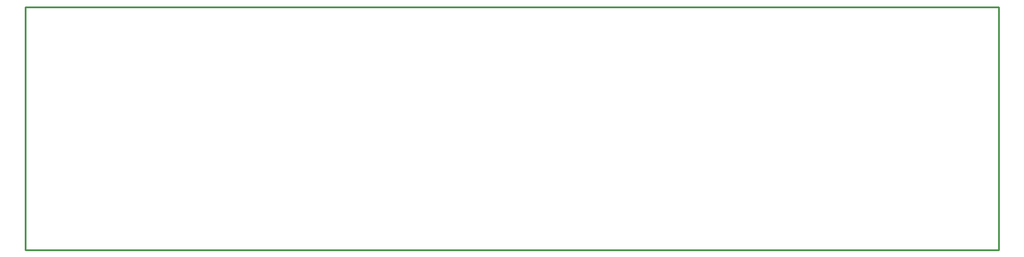
<source format=gko>
G04 Layer: BoardOutlineLayer*
G04 EasyEDA v6.5.15, 2022-09-02 19:13:46*
G04 7dfffcf241994c68a0b0b9662bae6326,4d9b886a9f2f4cb0bf4fdc89abf0ebec,10*
G04 Gerber Generator version 0.2*
G04 Scale: 100 percent, Rotated: No, Reflected: No *
G04 Dimensions in millimeters *
G04 leading zeros omitted , absolute positions ,4 integer and 5 decimal *
%FSLAX45Y45*%
%MOMM*%

%ADD10C,0.2540*%
D10*
X243799Y8999981D02*
G01*
X14243771Y8999981D01*
X14243771Y5499988D01*
X243799Y5499988D01*
X243799Y8999981D01*

%LPD*%
M02*

</source>
